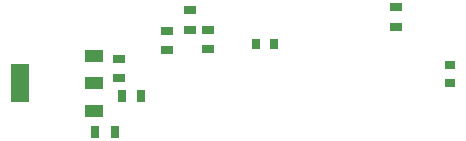
<source format=gbp>
G04*
G04 #@! TF.GenerationSoftware,Altium Limited,Altium Designer,19.0.11 (319)*
G04*
G04 Layer_Color=128*
%FSLAX25Y25*%
%MOIN*%
G70*
G01*
G75*
%ADD49R,0.02756X0.03543*%
%ADD50R,0.03543X0.02756*%
%ADD52R,0.03843X0.03000*%
%ADD53R,0.03000X0.03843*%
%ADD117R,0.05900X0.12900*%
%ADD118R,0.05900X0.03900*%
D49*
X135374Y61614D02*
D03*
X129193D02*
D03*
D50*
X193996Y48484D02*
D03*
Y54665D02*
D03*
D52*
X107268Y72777D02*
D03*
Y66396D02*
D03*
X99606Y59462D02*
D03*
Y65843D02*
D03*
X113252Y59802D02*
D03*
Y66183D02*
D03*
X83465Y56734D02*
D03*
Y50353D02*
D03*
X175984Y67395D02*
D03*
Y73777D02*
D03*
D53*
X82127Y32283D02*
D03*
X75746D02*
D03*
X91045Y44094D02*
D03*
X84664D02*
D03*
D117*
X50592Y48425D02*
D03*
D118*
X75392D02*
D03*
Y57475D02*
D03*
Y39375D02*
D03*
M02*

</source>
